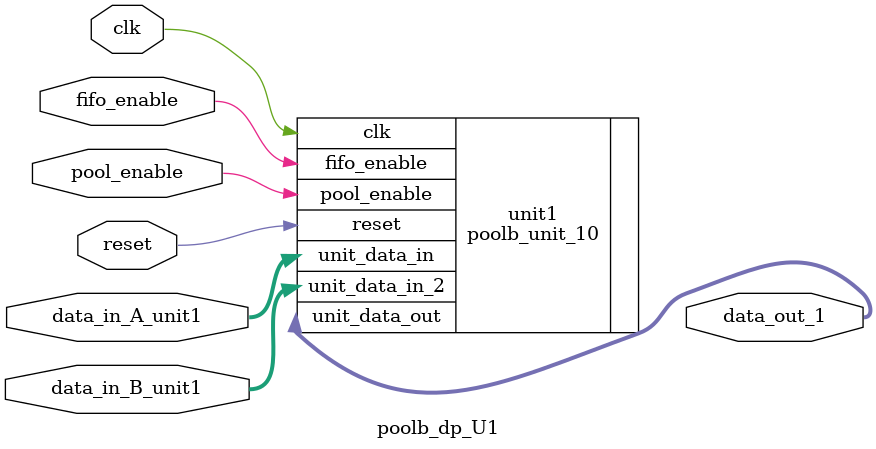
<source format=v>
`timescale 1ns / 1ps


module 
 poolb_dp_U1 #(parameter
///////////advanced parameters//////////
	DATA_WIDTH 			  = 32,
	////////////////////////////////////
	IFM_SIZE              = 10,                                                
	IFM_DEPTH             = 16,
	ARITH_TYPE 				= 0,
	KERNAL_SIZE           = 2
)(
	input 							clk,
	input 							reset,
	input 							fifo_enable,
	input							pool_enable,
	input [DATA_WIDTH-1:0] data_in_A_unit1,
	input [DATA_WIDTH-1:0] data_in_B_unit1,
	output [DATA_WIDTH-1:0] data_out_1
	);
	poolb_unit_10 #(.DATA_WIDTH(DATA_WIDTH), 
	.IFM_SIZE(IFM_SIZE), 
	.ARITH_TYPE(ARITH_TYPE),
	.KERNAL_SIZE(KERNAL_SIZE))
    unit1(
    .clk(clk),
	.reset(reset),
	.fifo_enable(fifo_enable),
	.pool_enable(pool_enable),
	.unit_data_in(data_in_A_unit1),
	.unit_data_in_2(data_in_B_unit1),
    .unit_data_out(data_out_1)
    );
	
endmodule
	

</source>
